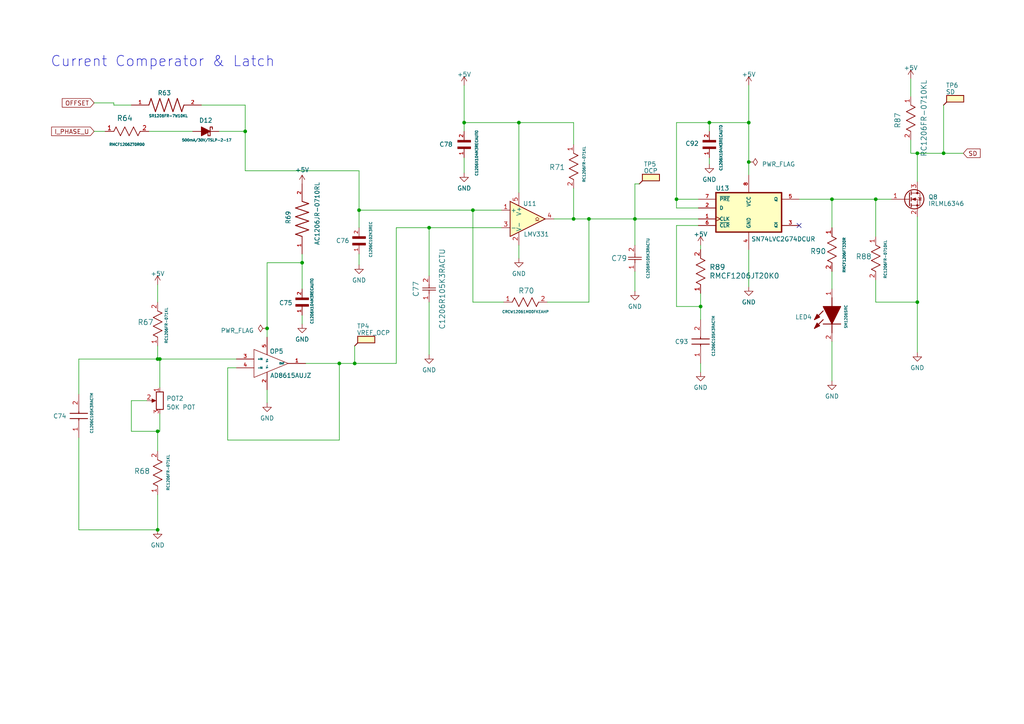
<source format=kicad_sch>
(kicad_sch (version 20231120) (generator "eeschema") (generator_version "8.0")
  (paper "A4")
  (lib_symbols
    (symbol "AD8615:AD8615AUJZ" (pin_names (offset 1.016))
      (property "Reference" "OP" (at 3.556 -12.954 0))
      (property "Value" "AD8615AUJZ" (at 8.128 -21.59 0))
      (symbol "AD8615AUJZ_0_0"
        (pin output line (at 11.176 -17.78 180) (length 5.08) (name "OUT") (number "1"))
        (pin power_in line (at 0 -25.4 90) (length 5.08) (name "V-") (number "2"))
        (pin input line (at -8.89 -16.51 0) (length 5.08) (name "+IN") (number "3"))
        (pin input line (at -8.89 -19.05 0) (length 5.08) (name "-IN") (number "4"))
        (pin power_in line (at 0 -10.16 270) (length 5.08) (name "V+") (number "5"))
      )
      (symbol "AD8615AUJZ_0_1"
        (polyline (pts (xy -3.81 -13.716) (xy -3.81 -21.844) (xy 6.096 -17.78) (xy -3.81 -13.716)))
      )
    )
    (symbol "C15:C1206X104M3RECAUTO" (pin_names (offset 1.016))
      (property "Reference" "C" (at 0 3.8109 0))
      (property "Value" "C1206X104M3RECAUTO" (at 0 -5.0885 0))
      (symbol "C1206X104M3RECAUTO_0_0"
        (rectangle (start 0 -1.9069) (end 0.635 1.905) (stroke (width 0.1)) (fill (type outline)))
        (rectangle (start 1.9069 -1.9069) (end 2.54 1.905) (stroke (width 0.1)) (fill (type outline)))
        (pin passive line (at -2.54 0 0) (length 2.54) (name "~") (number "1"))
        (pin passive line (at 5.08 0 180) (length 2.54) (name "~") (number "2"))
      )
    )
    (symbol "C72:C1206C105K3RACTM" (pin_names hide)
      (property "Reference" "C" (at 8.89 6.35 0))
      (property "Value" "C1206C105K3RACTM" (at 8.89 3.81 0))
      (symbol "C1206C105K3RACTM_1_1"
        (polyline (pts (xy 5.08 0) (xy 5.588 0)) (stroke (width 0.254)))
        (polyline (pts (xy 5.588 2.54) (xy 5.588 -2.54)) (stroke (width 0.254)))
        (polyline (pts (xy 7.112 0) (xy 7.62 0)) (stroke (width 0.254)))
        (polyline (pts (xy 7.112 2.54) (xy 7.112 -2.54)) (stroke (width 0.254)))
        (pin passive line (at 0 0 0) (length 5.08) (name "1") (number "1"))
        (pin passive line (at 12.7 0 180) (length 5.08) (name "2") (number "2"))
      )
    )
    (symbol "C76:C1206C102K3REC" (pin_names (offset 1.016))
      (property "Reference" "C" (at 0 3.8109 0))
      (property "Value" "C1206C102K3REC" (at 0 -5.0885 0))
      (symbol "C1206C102K3REC_0_0"
        (rectangle (start 0 -1.9069) (end 0.635 1.905) (stroke (width 0.1)) (fill (type outline)))
        (rectangle (start 1.9069 -1.9069) (end 2.54 1.905) (stroke (width 0.1)) (fill (type outline)))
        (pin passive line (at -2.54 0 0) (length 2.54) (name "~") (number "1"))
        (pin passive line (at 5.08 0 180) (length 2.54) (name "~") (number "2"))
      )
    )
    (symbol "C8:C1206R105K3RACTU" (pin_names (offset 0.254))
      (property "Reference" "C" (at 3.81 3.81 0))
      (property "Value" "C1206R105K3RACTU" (at 3.81 -3.81 0))
      (symbol "C1206R105K3RACTU_1_1"
        (polyline (pts (xy 2.54 0) (xy 3.4798 0)) (stroke (width 0.2032)))
        (polyline (pts (xy 3.4798 -1.905) (xy 3.4798 1.905)) (stroke (width 0.2032)))
        (polyline (pts (xy 4.1148 -1.905) (xy 4.1148 1.905)) (stroke (width 0.2032)))
        (polyline (pts (xy 4.1148 0) (xy 5.08 0)) (stroke (width 0.2032)))
        (pin unspecified line (at 0 0 0) (length 2.54) (name "") (number "1"))
        (pin unspecified line (at 7.62 0 180) (length 2.54) (name "") (number "2"))
      )
      (symbol "C1206R105K3RACTU_1_2"
        (polyline (pts (xy -1.905 -4.1148) (xy 1.905 -4.1148)) (stroke (width 0.2032)))
        (polyline (pts (xy -1.905 -3.4798) (xy 1.905 -3.4798)) (stroke (width 0.2032)))
        (polyline (pts (xy 0 -4.1148) (xy 0 -5.08)) (stroke (width 0.2032)))
        (polyline (pts (xy 0 -2.54) (xy 0 -3.4798)) (stroke (width 0.2032)))
        (pin unspecified line (at 0 0 270) (length 2.54) (name "") (number "1"))
        (pin unspecified line (at 0 -7.62 90) (length 2.54) (name "") (number "2"))
      )
    )
    (symbol "Comparator:LMV331" (pin_names (offset 0.127))
      (property "Reference" "U" (at 1.27 5.08 0))
      (property "Value" "LMV331" (at 3.81 -5.08 0))
      (symbol "LMV331_0_1"
        (polyline (pts (xy -5.08 5.08) (xy 5.08 0) (xy -5.08 -5.08) (xy -5.08 5.08)) (stroke (width 0.254)) (fill (type background)))
        (polyline (pts (xy 3.302 -0.508) (xy 2.794 -0.508) (xy 3.302 0) (xy 2.794 0.508) (xy 2.286 0) (xy 2.794 -0.508) (xy 2.286 -0.508)) (stroke (width 0.127)))
      )
      (symbol "LMV331_1_1"
        (pin input line (at -7.62 2.54 0) (length 2.54) (name "+") (number "1"))
        (pin power_in line (at -2.54 -7.62 90) (length 3.81) (name "V-") (number "2"))
        (pin input line (at -7.62 -2.54 0) (length 2.54) (name "-") (number "3"))
        (pin open_collector line (at 7.62 0 180) (length 2.54) (name "~") (number "4"))
        (pin power_in line (at -2.54 7.62 270) (length 3.81) (name "V+") (number "5"))
      )
    )
    (symbol "Connector:TestPoint_Flag" (pin_numbers hide) (pin_names (offset 0.762) hide)
      (property "Reference" "TP" (at 3.429 1.778 0))
      (property "Value" "TestPoint_Flag" (at 3.302 4.191 0))
      (symbol "TestPoint_Flag_0_1"
        (polyline (pts (xy 0 0) (xy 0.889 0.889)) (stroke (width 0.254)))
        (rectangle (start 0.889 2.794) (end 5.842 0.889) (stroke (width 0.254)) (fill (type background)))
      )
      (symbol "TestPoint_Flag_1_1"
        (pin passive line (at 0 0 90) (length 0) (name "1") (number "1"))
      )
    )
    (symbol "Device:D_Schottky_Filled" (pin_numbers hide) (pin_names (offset 1.016) hide)
      (property "Reference" "D" (at 0 2.54 0))
      (property "Value" "D_Schottky_Filled" (at 0 -2.54 0))
      (symbol "D_Schottky_Filled_0_1"
        (polyline (pts (xy 1.27 0) (xy -1.27 0)))
        (polyline (pts (xy 1.27 1.27) (xy 1.27 -1.27) (xy -1.27 0) (xy 1.27 1.27)) (stroke (width 0.254)) (fill (type outline)))
        (polyline (pts (xy -1.905 0.635) (xy -1.905 1.27) (xy -1.27 1.27) (xy -1.27 -1.27) (xy -0.635 -1.27) (xy -0.635 -0.635)) (stroke (width 0.254)))
      )
      (symbol "D_Schottky_Filled_1_1"
        (pin passive line (at -3.81 0 0) (length 2.54) (name "K") (number "1"))
        (pin passive line (at 3.81 0 180) (length 2.54) (name "A") (number "2"))
      )
    )
    (symbol "Device:R_Potentiometer" (pin_names (offset 1.016) hide)
      (property "Reference" "RV" (at -4.445 0 90))
      (property "Value" "R_Potentiometer" (at -2.54 0 90))
      (symbol "R_Potentiometer_0_1"
        (polyline (pts (xy 2.54 0) (xy 1.524 0)))
        (polyline (pts (xy 1.143 0) (xy 2.286 0.508) (xy 2.286 -0.508) (xy 1.143 0)) (fill (type outline)))
        (rectangle (start 1.016 2.54) (end -1.016 -2.54) (stroke (width 0.254)))
      )
      (symbol "R_Potentiometer_1_1"
        (pin passive line (at 0 3.81 270) (length 1.27) (name "1") (number "1"))
        (pin passive line (at 3.81 0 180) (length 1.27) (name "2") (number "2"))
        (pin passive line (at 0 -3.81 90) (length 1.27) (name "3") (number "3"))
      )
    )
    (symbol "LED4:SM1206SRC" (pin_names hide)
      (property "Reference" "LED" (at 12.7 8.89 0))
      (property "Value" "SM1206SRC" (at 12.7 6.35 0))
      (symbol "SM1206SRC_1_1"
        (polyline (pts (xy 2.54 0) (xy 5.08 0)) (stroke (width 0.254)))
        (polyline (pts (xy 5.08 2.54) (xy 5.08 -2.54)) (stroke (width 0.254)))
        (polyline (pts (xy 6.35 2.54) (xy 3.81 5.08)) (stroke (width 0.254)))
        (polyline (pts (xy 8.89 2.54) (xy 6.35 5.08)) (stroke (width 0.254)))
        (polyline (pts (xy 10.16 0) (xy 12.7 0)) (stroke (width 0.254)))
        (polyline (pts (xy 5.08 0) (xy 10.16 2.54) (xy 10.16 -2.54) (xy 5.08 0)) (stroke (width 0.254)) (fill (type outline)))
        (polyline (pts (xy 5.334 4.318) (xy 4.572 3.556) (xy 3.81 5.08) (xy 5.334 4.318)) (stroke (width 0.254)) (fill (type outline)))
        (polyline (pts (xy 7.874 4.318) (xy 7.112 3.556) (xy 6.35 5.08) (xy 7.874 4.318)) (stroke (width 0.254)) (fill (type outline)))
        (pin passive line (at 15.24 0 180) (length 2.54) (name "A") (number "1"))
        (pin passive line (at 0 0 0) (length 2.54) (name "K") (number "2"))
      )
    )
    (symbol "R12:AC1206JR-0710RL" (pin_names (offset 1.016))
      (property "Reference" "R" (at -7.6244 2.5415 0))
      (property "Value" "AC1206JR-0710RL" (at -7.63 -5.0866 0))
      (symbol "AC1206JR-0710RL_0_0"
        (polyline (pts (xy -5.08 0) (xy -4.445 1.905)) (stroke (width 0.254)))
        (polyline (pts (xy -4.445 1.905) (xy -3.175 -1.905)) (stroke (width 0.254)))
        (polyline (pts (xy -3.175 -1.905) (xy -1.905 1.905)) (stroke (width 0.254)))
        (polyline (pts (xy -1.905 1.905) (xy -0.635 -1.905)) (stroke (width 0.254)))
        (polyline (pts (xy -0.635 -1.905) (xy 0.635 1.905)) (stroke (width 0.254)))
        (polyline (pts (xy 0.635 1.905) (xy 1.905 -1.905)) (stroke (width 0.254)))
        (polyline (pts (xy 1.905 -1.905) (xy 3.175 1.905)) (stroke (width 0.254)))
        (polyline (pts (xy 3.175 1.905) (xy 4.445 -1.905)) (stroke (width 0.254)))
        (polyline (pts (xy 4.445 -1.905) (xy 5.08 0)) (stroke (width 0.254)))
        (pin passive line (at -10.16 0 0) (length 5.08) (name "~") (number "1"))
        (pin passive line (at 10.16 0 180) (length 5.08) (name "~") (number "2"))
      )
    )
    (symbol "R61:RC1206FR-071KL" (pin_names (offset 0.254))
      (property "Reference" "R" (at 5.715 3.81 0))
      (property "Value" "RC1206FR-071KL" (at 6.35 -3.81 0))
      (symbol "RC1206FR-071KL_1_1"
        (polyline (pts (xy 2.54 0) (xy 3.175 1.27)) (stroke (width 0.2032)))
        (polyline (pts (xy 3.175 1.27) (xy 4.445 -1.27)) (stroke (width 0.2032)))
        (polyline (pts (xy 4.445 -1.27) (xy 5.715 1.27)) (stroke (width 0.2032)))
        (polyline (pts (xy 5.715 1.27) (xy 6.985 -1.27)) (stroke (width 0.2032)))
        (polyline (pts (xy 6.985 -1.27) (xy 8.255 1.27)) (stroke (width 0.2032)))
        (polyline (pts (xy 8.255 1.27) (xy 9.525 -1.27)) (stroke (width 0.2032)))
        (polyline (pts (xy 9.525 -1.27) (xy 10.16 0)) (stroke (width 0.2032)))
        (pin unspecified line (at 0 0 0) (length 2.54) (name "") (number "1"))
        (pin unspecified line (at 12.7 0 180) (length 2.54) (name "") (number "2"))
      )
      (symbol "RC1206FR-071KL_1_2"
        (polyline (pts (xy -1.27 3.175) (xy 1.27 4.445)) (stroke (width 0.2032)))
        (polyline (pts (xy -1.27 5.715) (xy 1.27 6.985)) (stroke (width 0.2032)))
        (polyline (pts (xy -1.27 8.255) (xy 1.27 9.525)) (stroke (width 0.2032)))
        (polyline (pts (xy 0 2.54) (xy -1.27 3.175)) (stroke (width 0.2032)))
        (polyline (pts (xy 1.27 4.445) (xy -1.27 5.715)) (stroke (width 0.2032)))
        (polyline (pts (xy 1.27 6.985) (xy -1.27 8.255)) (stroke (width 0.2032)))
        (polyline (pts (xy 1.27 9.525) (xy 0 10.16)) (stroke (width 0.2032)))
        (pin unspecified line (at 0 12.7 270) (length 2.54) (name "") (number "1"))
        (pin unspecified line (at 0 0 90) (length 2.54) (name "") (number "2"))
      )
    )
    (symbol "R63:SR1206FR-7W10KL" (pin_names (offset 1.016))
      (property "Reference" "R" (at -7.6244 2.5415 0))
      (property "Value" "SR1206FR-7W10KL" (at -7.63 -5.0866 0))
      (symbol "SR1206FR-7W10KL_0_0"
        (polyline (pts (xy -5.08 0) (xy -4.445 1.905)) (stroke (width 0.254)))
        (polyline (pts (xy -4.445 1.905) (xy -3.175 -1.905)) (stroke (width 0.254)))
        (polyline (pts (xy -3.175 -1.905) (xy -1.905 1.905)) (stroke (width 0.254)))
        (polyline (pts (xy -1.905 1.905) (xy -0.635 -1.905)) (stroke (width 0.254)))
        (polyline (pts (xy -0.635 -1.905) (xy 0.635 1.905)) (stroke (width 0.254)))
        (polyline (pts (xy 0.635 1.905) (xy 1.905 -1.905)) (stroke (width 0.254)))
        (polyline (pts (xy 1.905 -1.905) (xy 3.175 1.905)) (stroke (width 0.254)))
        (polyline (pts (xy 3.175 1.905) (xy 4.445 -1.905)) (stroke (width 0.254)))
        (polyline (pts (xy 4.445 -1.905) (xy 5.08 0)) (stroke (width 0.254)))
        (pin passive line (at -10.16 0 0) (length 5.08) (name "~") (number "1"))
        (pin passive line (at 10.16 0 180) (length 5.08) (name "~") (number "2"))
      )
    )
    (symbol "R64:RMCF1206ZT0R00" (pin_names (offset 0.254))
      (property "Reference" "R" (at 5.715 3.81 0))
      (property "Value" "RMCF1206ZT0R00" (at 6.35 -3.81 0))
      (symbol "RMCF1206ZT0R00_1_1"
        (polyline (pts (xy 2.54 0) (xy 3.175 1.27)) (stroke (width 0.2032)))
        (polyline (pts (xy 3.175 1.27) (xy 4.445 -1.27)) (stroke (width 0.2032)))
        (polyline (pts (xy 4.445 -1.27) (xy 5.715 1.27)) (stroke (width 0.2032)))
        (polyline (pts (xy 5.715 1.27) (xy 6.985 -1.27)) (stroke (width 0.2032)))
        (polyline (pts (xy 6.985 -1.27) (xy 8.255 1.27)) (stroke (width 0.2032)))
        (polyline (pts (xy 8.255 1.27) (xy 9.525 -1.27)) (stroke (width 0.2032)))
        (polyline (pts (xy 9.525 -1.27) (xy 10.16 0)) (stroke (width 0.2032)))
        (pin unspecified line (at 0 0 0) (length 2.54) (name "") (number "1"))
        (pin unspecified line (at 12.7 0 180) (length 2.54) (name "") (number "2"))
      )
      (symbol "RMCF1206ZT0R00_1_2"
        (polyline (pts (xy -1.27 3.175) (xy 1.27 4.445)) (stroke (width 0.2032)))
        (polyline (pts (xy -1.27 5.715) (xy 1.27 6.985)) (stroke (width 0.2032)))
        (polyline (pts (xy -1.27 8.255) (xy 1.27 9.525)) (stroke (width 0.2032)))
        (polyline (pts (xy 0 2.54) (xy -1.27 3.175)) (stroke (width 0.2032)))
        (polyline (pts (xy 1.27 4.445) (xy -1.27 5.715)) (stroke (width 0.2032)))
        (polyline (pts (xy 1.27 6.985) (xy -1.27 8.255)) (stroke (width 0.2032)))
        (polyline (pts (xy 1.27 9.525) (xy 0 10.16)) (stroke (width 0.2032)))
        (pin unspecified line (at 0 12.7 270) (length 2.54) (name "") (number "1"))
        (pin unspecified line (at 0 0 90) (length 2.54) (name "") (number "2"))
      )
    )
    (symbol "R70:CRCW12061M00FKEAHP" (pin_names (offset 0.254))
      (property "Reference" "R" (at 5.715 3.81 0))
      (property "Value" "CRCW12061M00FKEAHP" (at 6.35 -3.81 0))
      (symbol "CRCW12061M00FKEAHP_1_1"
        (polyline (pts (xy 2.54 0) (xy 3.175 1.27)) (stroke (width 0.2032)))
        (polyline (pts (xy 3.175 1.27) (xy 4.445 -1.27)) (stroke (width 0.2032)))
        (polyline (pts (xy 4.445 -1.27) (xy 5.715 1.27)) (stroke (width 0.2032)))
        (polyline (pts (xy 5.715 1.27) (xy 6.985 -1.27)) (stroke (width 0.2032)))
        (polyline (pts (xy 6.985 -1.27) (xy 8.255 1.27)) (stroke (width 0.2032)))
        (polyline (pts (xy 8.255 1.27) (xy 9.525 -1.27)) (stroke (width 0.2032)))
        (polyline (pts (xy 9.525 -1.27) (xy 10.16 0)) (stroke (width 0.2032)))
        (pin unspecified line (at 0 0 0) (length 2.54) (name "") (number "1"))
        (pin unspecified line (at 12.7 0 180) (length 2.54) (name "") (number "2"))
      )
      (symbol "CRCW12061M00FKEAHP_1_2"
        (polyline (pts (xy -1.27 3.175) (xy 1.27 4.445)) (stroke (width 0.2032)))
        (polyline (pts (xy -1.27 5.715) (xy 1.27 6.985)) (stroke (width 0.2032)))
        (polyline (pts (xy -1.27 8.255) (xy 1.27 9.525)) (stroke (width 0.2032)))
        (polyline (pts (xy 0 2.54) (xy -1.27 3.175)) (stroke (width 0.2032)))
        (polyline (pts (xy 1.27 4.445) (xy -1.27 5.715)) (stroke (width 0.2032)))
        (polyline (pts (xy 1.27 6.985) (xy -1.27 8.255)) (stroke (width 0.2032)))
        (polyline (pts (xy 1.27 9.525) (xy 0 10.16)) (stroke (width 0.2032)))
        (pin unspecified line (at 0 12.7 270) (length 2.54) (name "") (number "1"))
        (pin unspecified line (at 0 0 90) (length 2.54) (name "") (number "2"))
      )
    )
    (symbol "R72:RC1206FR-0710KL" (pin_names (offset 0.254))
      (property "Reference" "R" (at 5.715 3.81 0))
      (property "Value" "RC1206FR-0710KL" (at 6.35 -3.81 0))
      (symbol "RC1206FR-0710KL_1_1"
        (polyline (pts (xy 2.54 0) (xy 3.175 1.27)) (stroke (width 0.2032)))
        (polyline (pts (xy 3.175 1.27) (xy 4.445 -1.27)) (stroke (width 0.2032)))
        (polyline (pts (xy 4.445 -1.27) (xy 5.715 1.27)) (stroke (width 0.2032)))
        (polyline (pts (xy 5.715 1.27) (xy 6.985 -1.27)) (stroke (width 0.2032)))
        (polyline (pts (xy 6.985 -1.27) (xy 8.255 1.27)) (stroke (width 0.2032)))
        (polyline (pts (xy 8.255 1.27) (xy 9.525 -1.27)) (stroke (width 0.2032)))
        (polyline (pts (xy 9.525 -1.27) (xy 10.16 0)) (stroke (width 0.2032)))
        (pin unspecified line (at 12.7 0 180) (length 2.54) (name "") (number "1"))
        (pin unspecified line (at 0 0 0) (length 2.54) (name "") (number "2"))
      )
      (symbol "RC1206FR-0710KL_1_2"
        (polyline (pts (xy -1.27 3.175) (xy 1.27 4.445)) (stroke (width 0.2032)))
        (polyline (pts (xy -1.27 5.715) (xy 1.27 6.985)) (stroke (width 0.2032)))
        (polyline (pts (xy -1.27 8.255) (xy 1.27 9.525)) (stroke (width 0.2032)))
        (polyline (pts (xy 0 2.54) (xy -1.27 3.175)) (stroke (width 0.2032)))
        (polyline (pts (xy 1.27 4.445) (xy -1.27 5.715)) (stroke (width 0.2032)))
        (polyline (pts (xy 1.27 6.985) (xy -1.27 8.255)) (stroke (width 0.2032)))
        (polyline (pts (xy 1.27 9.525) (xy 0 10.16)) (stroke (width 0.2032)))
        (pin unspecified line (at 0 12.7 270) (length 2.54) (name "") (number "1"))
        (pin unspecified line (at 0 0 90) (length 2.54) (name "") (number "2"))
      )
    )
    (symbol "R77:RMCF1206FT330R" (pin_names (offset 0.254))
      (property "Reference" "R" (at 5.715 3.81 0))
      (property "Value" "RMCF1206FT330R" (at 6.35 -3.81 0))
      (symbol "RMCF1206FT330R_1_1"
        (polyline (pts (xy 2.54 0) (xy 3.175 1.27)) (stroke (width 0.2032)))
        (polyline (pts (xy 3.175 1.27) (xy 4.445 -1.27)) (stroke (width 0.2032)))
        (polyline (pts (xy 4.445 -1.27) (xy 5.715 1.27)) (stroke (width 0.2032)))
        (polyline (pts (xy 5.715 1.27) (xy 6.985 -1.27)) (stroke (width 0.2032)))
        (polyline (pts (xy 6.985 -1.27) (xy 8.255 1.27)) (stroke (width 0.2032)))
        (polyline (pts (xy 8.255 1.27) (xy 9.525 -1.27)) (stroke (width 0.2032)))
        (polyline (pts (xy 9.525 -1.27) (xy 10.16 0)) (stroke (width 0.2032)))
        (pin unspecified line (at 0 0 0) (length 2.54) (name "") (number "1"))
        (pin unspecified line (at 12.7 0 180) (length 2.54) (name "") (number "2"))
      )
      (symbol "RMCF1206FT330R_1_2"
        (polyline (pts (xy -1.27 3.175) (xy 1.27 4.445)) (stroke (width 0.2032)))
        (polyline (pts (xy -1.27 5.715) (xy 1.27 6.985)) (stroke (width 0.2032)))
        (polyline (pts (xy -1.27 8.255) (xy 1.27 9.525)) (stroke (width 0.2032)))
        (polyline (pts (xy 0 2.54) (xy -1.27 3.175)) (stroke (width 0.2032)))
        (polyline (pts (xy 1.27 4.445) (xy -1.27 5.715)) (stroke (width 0.2032)))
        (polyline (pts (xy 1.27 6.985) (xy -1.27 8.255)) (stroke (width 0.2032)))
        (polyline (pts (xy 1.27 9.525) (xy 0 10.16)) (stroke (width 0.2032)))
        (pin unspecified line (at 0 12.7 270) (length 2.54) (name "") (number "1"))
        (pin unspecified line (at 0 0 90) (length 2.54) (name "") (number "2"))
      )
    )
    (symbol "R89:RMCF1206JT20K0" (pin_names (offset 0.254))
      (property "Reference" "R" (at 5.715 3.81 0))
      (property "Value" "RMCF1206JT20K0" (at 6.35 -3.81 0))
      (symbol "RMCF1206JT20K0_1_1"
        (polyline (pts (xy 2.54 0) (xy 3.175 1.27)) (stroke (width 0.2032)))
        (polyline (pts (xy 3.175 1.27) (xy 4.445 -1.27)) (stroke (width 0.2032)))
        (polyline (pts (xy 4.445 -1.27) (xy 5.715 1.27)) (stroke (width 0.2032)))
        (polyline (pts (xy 5.715 1.27) (xy 6.985 -1.27)) (stroke (width 0.2032)))
        (polyline (pts (xy 6.985 -1.27) (xy 8.255 1.27)) (stroke (width 0.2032)))
        (polyline (pts (xy 8.255 1.27) (xy 9.525 -1.27)) (stroke (width 0.2032)))
        (polyline (pts (xy 9.525 -1.27) (xy 10.16 0)) (stroke (width 0.2032)))
        (pin unspecified line (at 0 0 0) (length 2.54) (name "") (number "1"))
        (pin unspecified line (at 12.7 0 180) (length 2.54) (name "") (number "2"))
      )
      (symbol "RMCF1206JT20K0_1_2"
        (polyline (pts (xy -1.27 3.175) (xy 1.27 4.445)) (stroke (width 0.2032)))
        (polyline (pts (xy -1.27 5.715) (xy 1.27 6.985)) (stroke (width 0.2032)))
        (polyline (pts (xy -1.27 8.255) (xy 1.27 9.525)) (stroke (width 0.2032)))
        (polyline (pts (xy 0 2.54) (xy -1.27 3.175)) (stroke (width 0.2032)))
        (polyline (pts (xy 1.27 4.445) (xy -1.27 5.715)) (stroke (width 0.2032)))
        (polyline (pts (xy 1.27 6.985) (xy -1.27 8.255)) (stroke (width 0.2032)))
        (polyline (pts (xy 1.27 9.525) (xy 0 10.16)) (stroke (width 0.2032)))
        (pin unspecified line (at 0 12.7 270) (length 2.54) (name "") (number "1"))
        (pin unspecified line (at 0 0 90) (length 2.54) (name "") (number "2"))
      )
    )
    (symbol "SN74LVC2G74DCUR:SN74LVC2G74DCUR" (pin_names (offset 1.016))
      (property "Reference" "U?" (at -8.255 6.985 0))
      (property "Value" "SN74LVC2G74DCUR" (at 10.033 -7.747 0))
      (symbol "SN74LVC2G74DCUR_0_0"
        (rectangle (start -9.525 5.715) (end 9.525 -5.715) (stroke (width 0.41)) (fill (type background)))
        (pin input clock (at -14.605 -1.905 0) (length 5.08) (name "CLK") (number "1"))
        (pin input line (at -14.605 1.27 0) (length 5.08) (name "D") (number "2"))
        (pin output line (at 14.605 -3.81 180) (length 5.08) (name "~{Q}") (number "3"))
        (pin power_in line (at 0 -10.795 90) (length 5.08) (name "GND") (number "4"))
        (pin output line (at 14.605 3.81 180) (length 5.08) (name "Q") (number "5"))
        (pin input line (at -14.605 -3.81 0) (length 5.08) (name "~{CLR}") (number "6"))
        (pin input line (at -14.605 3.81 0) (length 5.08) (name "~{PRE}") (number "7"))
        (pin power_in line (at 0 10.795 270) (length 5.08) (name "VCC") (number "8"))
      )
    )
    (symbol "Transistor_FET:IRLML0030" (pin_names hide)
      (property "Reference" "Q" (at 5.08 1.905 0))
      (property "Value" "IRLML0030" (at 5.08 0 0))
      (symbol "IRLML0030_0_1"
        (polyline (pts (xy 0.254 0) (xy -2.54 0)))
        (polyline (pts (xy 0.254 1.905) (xy 0.254 -1.905)) (stroke (width 0.254)))
        (polyline (pts (xy 0.762 -1.27) (xy 0.762 -2.286)) (stroke (width 0.254)))
        (polyline (pts (xy 0.762 0.508) (xy 0.762 -0.508)) (stroke (width 0.254)))
        (polyline (pts (xy 0.762 2.286) (xy 0.762 1.27)) (stroke (width 0.254)))
        (polyline (pts (xy 2.54 2.54) (xy 2.54 1.778)))
        (polyline (pts (xy 2.54 -2.54) (xy 2.54 0) (xy 0.762 0)))
        (polyline (pts (xy 0.762 -1.778) (xy 3.302 -1.778) (xy 3.302 1.778) (xy 0.762 1.778)))
        (polyline (pts (xy 1.016 0) (xy 2.032 0.381) (xy 2.032 -0.381) (xy 1.016 0)) (fill (type outline)))
        (polyline (pts (xy 2.794 0.508) (xy 2.921 0.381) (xy 3.683 0.381) (xy 3.81 0.254)))
        (polyline (pts (xy 3.302 0.381) (xy 2.921 -0.254) (xy 3.683 -0.254) (xy 3.302 0.381)))
        (circle (center 1.651 0) (radius 2.794) (stroke (width 0.254)))
        (circle (center 2.54 -1.778) (radius 0.254) (fill (type outline)))
        (circle (center 2.54 1.778) (radius 0.254) (fill (type outline)))
      )
      (symbol "IRLML0030_1_1"
        (pin input line (at -5.08 0 0) (length 2.54) (name "G") (number "1"))
        (pin passive line (at 2.54 -5.08 90) (length 2.54) (name "S") (number "2"))
        (pin passive line (at 2.54 5.08 270) (length 2.54) (name "D") (number "3"))
      )
    )
    (symbol "power:+5V" (power) (pin_names (offset 0))
      (property "Value" "+5V" (at 0 3.556 0))
      (symbol "+5V_0_1"
        (polyline (pts (xy -0.762 1.27) (xy 0 2.54)))
        (polyline (pts (xy 0 0) (xy 0 2.54)))
        (polyline (pts (xy 0 2.54) (xy 0.762 1.27)))
      )
      (symbol "+5V_1_1"
        (pin power_in line (at 0 0 90) (length 0) hide (name "+5V") (number "1"))
      )
    )
    (symbol "power:GND" (power) (pin_names (offset 0))
      (property "Value" "GND" (at 0 -3.81 0))
      (symbol "GND_0_1"
        (polyline (pts (xy 0 0) (xy 0 -1.27) (xy 1.27 -1.27) (xy 0 -2.54) (xy -1.27 -1.27) (xy 0 -1.27)))
      )
      (symbol "GND_1_1"
        (pin power_in line (at 0 0 270) (length 0) hide (name "GND") (number "1"))
      )
    )
    (symbol "power:PWR_FLAG" (power) (pin_numbers hide) (pin_names (offset 0) hide)
      (property "Value" "PWR_FLAG" (at 0 3.81 0))
      (symbol "PWR_FLAG_0_0"
        (pin power_out line (at 0 0 90) (length 0) (name "pwr") (number "1"))
      )
      (symbol "PWR_FLAG_0_1"
        (polyline (pts (xy 0 0) (xy 0 1.27) (xy -1.016 1.905) (xy 0 2.54) (xy 1.016 1.905) (xy 0 1.27)))
      )
    )
  )
  (junction (at 45.72 125.095))
  (junction (at 45.72 104.14))
  (junction (at 254 57.785))
  (junction (at 166.37 63.5))
  (junction (at 150.495 35.56))
  (junction (at 273.685 44.45))
  (junction (at 203.2 88.9))
  (junction (at 241.3 57.785))
  (junction (at 196.215 57.785))
  (junction (at 266.065 44.45))
  (junction (at 46.355 104.14))
  (junction (at 104.14 60.96))
  (junction (at 217.17 46.99))
  (junction (at 217.17 35.56))
  (junction (at 45.72 153.67))
  (junction (at 137.16 60.96))
  (junction (at 98.425 105.41))
  (junction (at 134.62 35.56))
  (junction (at 184.15 63.5))
  (junction (at 87.63 76.2))
  (junction (at 124.46 66.04))
  (junction (at 205.74 35.56))
  (junction (at 102.87 105.41))
  (junction (at 77.47 95.25))
  (junction (at 266.065 87.63))
  (junction (at 170.815 63.5))
  (junction (at 71.12 38.1))
  (no_connect (at 231.775 65.405))
  (wire (pts (xy 77.47 97.79) (xy 77.47 95.25)))
  (wire (pts (xy 203.2 71.12) (xy 203.2 72.39)))
  (wire (pts (xy 273.685 44.45) (xy 279.4 44.45)))
  (wire (pts (xy 102.87 100.33) (xy 102.87 105.41)))
  (wire (pts (xy 241.3 57.785) (xy 254 57.785)))
  (wire (pts (xy 27.305 38.1) (xy 30.48 38.1)))
  (wire (pts (xy 104.14 60.96) (xy 137.16 60.96)))
  (wire (pts (xy 217.17 35.56) (xy 217.17 46.99)))
  (wire (pts (xy 104.14 49.53) (xy 104.14 60.96)))
  (wire (pts (xy 202.565 60.325) (xy 196.215 60.325)))
  (wire (pts (xy 38.1 125.095) (xy 45.72 125.095)))
  (wire (pts (xy 124.46 80.01) (xy 124.46 66.04)))
  (wire (pts (xy 241.3 66.04) (xy 241.3 57.785)))
  (wire (pts (xy 150.495 71.12) (xy 150.495 74.93)))
  (wire (pts (xy 88.646 105.41) (xy 98.425 105.41)))
  (wire (pts (xy 71.12 38.1) (xy 71.12 30.48)))
  (wire (pts (xy 45.72 143.51) (xy 45.72 153.67)))
  (wire (pts (xy 77.47 113.03) (xy 77.47 116.84)))
  (wire (pts (xy 254 57.785) (xy 258.445 57.785)))
  (wire (pts (xy 205.74 45.72) (xy 205.74 47.625)))
  (wire (pts (xy 254 68.58) (xy 254 57.785)))
  (wire (pts (xy 196.215 57.785) (xy 202.565 57.785)))
  (wire (pts (xy 124.46 87.63) (xy 124.46 102.87)))
  (wire (pts (xy 45.72 104.14) (xy 22.86 104.14)))
  (wire (pts (xy 134.62 35.56) (xy 134.62 38.1)))
  (wire (pts (xy 264.16 44.45) (xy 266.065 44.45)))
  (wire (pts (xy 124.46 66.04) (xy 145.415 66.04)))
  (wire (pts (xy 137.16 87.63) (xy 137.16 60.96)))
  (wire (pts (xy 46.355 112.395) (xy 46.355 104.14)))
  (wire (pts (xy 184.15 63.5) (xy 184.15 71.12)))
  (wire (pts (xy 205.74 35.56) (xy 217.17 35.56)))
  (wire (pts (xy 241.3 78.74) (xy 241.3 83.82)))
  (wire (pts (xy 98.425 105.41) (xy 102.87 105.41)))
  (wire (pts (xy 87.63 73.66) (xy 87.63 76.2)))
  (wire (pts (xy 22.86 127) (xy 22.86 153.67)))
  (wire (pts (xy 71.12 38.1) (xy 71.12 49.53)))
  (wire (pts (xy 134.62 24.765) (xy 134.62 35.56)))
  (wire (pts (xy 196.215 35.56) (xy 205.74 35.56)))
  (wire (pts (xy 217.17 72.39) (xy 217.17 83.185)))
  (wire (pts (xy 63.5 38.1) (xy 71.12 38.1)))
  (wire (pts (xy 77.47 95.25) (xy 77.47 76.2)))
  (wire (pts (xy 166.37 63.5) (xy 160.655 63.5)))
  (wire (pts (xy 205.74 38.1) (xy 205.74 35.56)))
  (wire (pts (xy 46.355 104.14) (xy 45.72 104.14)))
  (wire (pts (xy 46.355 104.14) (xy 68.58 104.14)))
  (wire (pts (xy 42.545 116.205) (xy 38.1 116.205)))
  (wire (pts (xy 264.16 40.64) (xy 264.16 44.45)))
  (wire (pts (xy 45.72 87.63) (xy 45.72 82.55)))
  (wire (pts (xy 114.935 66.04) (xy 124.46 66.04)))
  (wire (pts (xy 166.37 63.5) (xy 170.815 63.5)))
  (wire (pts (xy 22.86 104.14) (xy 22.86 114.3)))
  (wire (pts (xy 137.16 60.96) (xy 145.415 60.96)))
  (wire (pts (xy 196.215 65.405) (xy 196.215 88.9)))
  (wire (pts (xy 254 87.63) (xy 266.065 87.63)))
  (wire (pts (xy 146.05 87.63) (xy 137.16 87.63)))
  (wire (pts (xy 38.1 116.205) (xy 38.1 125.095)))
  (wire (pts (xy 184.15 53.34) (xy 184.15 63.5)))
  (wire (pts (xy 45.72 100.33) (xy 45.72 104.14)))
  (wire (pts (xy 254 81.28) (xy 254 87.63)))
  (wire (pts (xy 68.58 106.68) (xy 66.04 106.68)))
  (wire (pts (xy 150.495 35.56) (xy 166.37 35.56)))
  (wire (pts (xy 196.215 88.9) (xy 203.2 88.9)))
  (wire (pts (xy 66.04 106.68) (xy 66.04 127.635)))
  (wire (pts (xy 266.065 62.865) (xy 266.065 87.63)))
  (wire (pts (xy 87.63 91.44) (xy 87.63 93.98)))
  (wire (pts (xy 114.935 66.04) (xy 114.935 105.41)))
  (wire (pts (xy 266.065 87.63) (xy 266.065 102.235)))
  (wire (pts (xy 203.2 85.09) (xy 203.2 88.9)))
  (wire (pts (xy 217.17 24.765) (xy 217.17 35.56)))
  (wire (pts (xy 202.565 65.405) (xy 196.215 65.405)))
  (wire (pts (xy 134.62 45.72) (xy 134.62 50.165)))
  (wire (pts (xy 166.37 41.91) (xy 166.37 35.56)))
  (wire (pts (xy 45.72 125.095) (xy 46.355 125.095)))
  (wire (pts (xy 241.3 99.06) (xy 241.3 110.49)))
  (wire (pts (xy 184.15 78.74) (xy 184.15 84.455)))
  (wire (pts (xy 104.14 73.66) (xy 104.14 76.835)))
  (wire (pts (xy 98.425 105.41) (xy 98.425 127.635)))
  (wire (pts (xy 150.495 35.56) (xy 134.62 35.56)))
  (wire (pts (xy 196.215 57.785) (xy 196.215 35.56)))
  (wire (pts (xy 170.815 63.5) (xy 184.15 63.5)))
  (wire (pts (xy 158.75 87.63) (xy 170.815 87.63)))
  (wire (pts (xy 102.87 105.41) (xy 114.935 105.41)))
  (wire (pts (xy 166.37 54.61) (xy 166.37 63.5)))
  (wire (pts (xy 87.63 76.2) (xy 87.63 83.82)))
  (wire (pts (xy 184.15 63.5) (xy 202.565 63.5)))
  (wire (pts (xy 43.18 38.1) (xy 55.88 38.1)))
  (wire (pts (xy 273.685 30.48) (xy 273.685 44.45)))
  (wire (pts (xy 22.86 153.67) (xy 45.72 153.67)))
  (wire (pts (xy 104.14 60.96) (xy 104.14 66.04)))
  (wire (pts (xy 33.02 29.845) (xy 27.305 29.845)))
  (wire (pts (xy 46.355 120.015) (xy 46.355 125.095)))
  (wire (pts (xy 196.215 60.325) (xy 196.215 57.785)))
  (wire (pts (xy 66.04 127.635) (xy 98.425 127.635)))
  (wire (pts (xy 241.3 57.785) (xy 231.775 57.785)))
  (wire (pts (xy 45.72 125.095) (xy 45.72 130.81)))
  (wire (pts (xy 184.15 53.34) (xy 185.42 53.34)))
  (wire (pts (xy 33.02 30.48) (xy 38.1 30.48)))
  (wire (pts (xy 203.2 105.41) (xy 203.2 107.95)))
  (wire (pts (xy 71.12 49.53) (xy 104.14 49.53)))
  (wire (pts (xy 150.495 55.88) (xy 150.495 35.56)))
  (wire (pts (xy 77.47 76.2) (xy 87.63 76.2)))
  (wire (pts (xy 203.2 88.9) (xy 203.2 92.71)))
  (wire (pts (xy 266.065 44.45) (xy 266.065 52.705)))
  (wire (pts (xy 217.17 46.99) (xy 217.17 50.8)))
  (wire (pts (xy 58.42 30.48) (xy 71.12 30.48)))
  (wire (pts (xy 33.02 30.48) (xy 33.02 29.845)))
  (wire (pts (xy 266.065 44.45) (xy 273.685 44.45)))
  (wire (pts (xy 264.16 22.86) (xy 264.16 27.94)))
  (wire (pts (xy 170.815 87.63) (xy 170.815 63.5)))
  (text "Current Comperator & Latch" (at 14.605 19.685 0) (effects (font (size 3 3)) (justify left bottom)))
  (global_label "I_PHASE_U" (shape input) (at 27.305 38.1 180) (property "Intersheetrefs" "${INTERSHEET_REFS}" (effects (hide yes))))
  (global_label "SD" (shape input) (at 279.4 44.45 0) (property "Intersheetrefs" "${INTERSHEET_REFS}" (effects (hide yes))))
  (global_label "OFFSET" (shape input) (at 27.305 29.845 180) (property "Intersheetrefs" "${INTERSHEET_REFS}" (effects (hide yes))))
  (symbol (lib_id "power:+5V") (at 217.17 24.765 0) (unit 1)
    (property "Reference" "#PWR065" (effects (hide yes)))
    (property "Value" "+5V" (at 217.17 21.59 0))
  )
  (symbol (lib_id "AD8615:AD8615AUJZ") (at 77.47 87.63 0) (unit 1)
    (property "Reference" "OP5" (at 80.2132 101.9048 0))
    (property "Value" "AD8615AUJZ" (at 84.328 108.9152 0))
    (property "Footprint" "infineon-library-footprints:AD8615" (effects (hide yes)))
    (property "Description" "Precision 20 MHz CMOS Single RRIO Operational Amplifier" (effects (hide yes)))
    (property "MF" "Analog Devices" (effects (hide yes)))
    (property "PACKAGE" "SOT-23-5" (effects (hide yes)))
    (property "MPN" "AD8615AUJZ" (effects (hide yes)))
    (property "Price" "None" (effects (hide yes)))
    (property "Package" "TSOT-5 Analog Devices" (effects (hide yes)))
    (property "OC_FARNELL" "9079408" (effects (hide yes)))
    (property "SnapEDA_Link" "https://www.snapeda.com/parts/AD8615AUJZ-REEL7/Analog+Devices/view-part/?ref=snap" (effects (hide yes)))
    (property "MP" "AD8615AUJZ-REEL7" (effects (hide yes)))
    (property "Purchase-URL" "https://www.snapeda.com/api/url_track_click_mouser/?unipart_id=45535&manufacturer=Analog Devices&part_name=AD8615AUJZ-REEL7&search_term=ad8615" (effects (hide yes)))
    (property "SUPPLIER" "Analog Devices" (effects (hide yes)))
    (property "OC_NEWARK" "31M4569" (effects (hide yes)))
    (property "Availability" "In Stock" (effects (hide yes)))
    (property "Check_prices" "https://www.snapeda.com/parts/AD8615AUJZ-REEL7/Analog+Devices/view-part/?ref=eda" (effects (hide yes)))
  )
  (symbol (lib_id "power:+5V") (at 134.62 24.765 0) (unit 1)
    (property "Reference" "#PWR051" (effects (hide yes)))
    (property "Value" "+5V" (at 134.62 21.59 0))
  )
  (symbol (lib_id "C15:C1206X104M3RECAUTO") (at 87.63 88.9 90) (unit 1)
    (property "Reference" "C75" (at 84.836 87.122 90) (effects (justify left bottom)))
    (property "Value" "C1206X104M3RECAUTO" (at 90.932 93.98 0) (effects (font (size 0.762 0.762)) (justify left bottom)))
    (property "Footprint" "Capacitor_SMD:C_1206_3216Metric" (effects (hide yes)))
    (property "Datasheet" "C15" (effects (hide yes)))
  )
  (symbol (lib_id "power:GND") (at 77.47 116.84 0) (unit 1)
    (property "Reference" "#PWR058" (effects (hide yes)))
    (property "Value" "GND" (at 77.47 121.285 0))
  )
  (symbol (lib_id "R61:RC1206FR-071KL") (at 45.72 100.33 90) (unit 1)
    (property "Reference" "R67" (at 39.878 93.472 90) (effects (font (size 1.524 1.524)) (justify right)))
    (property "Value" "RC1206FR-071KL" (at 48.26 89.154 0) (effects (font (size 0.762 0.762)) (justify right)))
    (property "Footprint" "Resistor_SMD:R_1206_3216Metric_Pad1.30x1.75mm_HandSolder" (effects (hide yes)))
    (property "Datasheet" "RC1206FR-071KL" (effects (hide yes)))
  )
  (symbol (lib_id "power:GND") (at 184.15 84.455 0) (unit 1)
    (property "Reference" "#PWR061" (effects (hide yes)))
    (property "Value" "GND" (at 184.15 88.9 0))
  )
  (symbol (lib_id "C15:C1206X104M3RECAUTO") (at 134.62 43.18 90) (unit 1)
    (property "Reference" "C78" (at 131.318 41.148 90) (effects (justify left bottom)))
    (property "Value" "C1206X104M3RECAUTO" (at 138.684 51.054 0) (effects (font (size 0.762 0.762)) (justify left bottom)))
    (property "Footprint" "Capacitor_SMD:C_1206_3216Metric" (effects (hide yes)))
    (property "Datasheet" "C15" (effects (hide yes)))
  )
  (symbol (lib_id "power:+5V") (at 45.72 82.55 0) (unit 1)
    (property "Reference" "#PWR059" (effects (hide yes)))
    (property "Value" "+5V" (at 45.72 79.375 0))
  )
  (symbol (lib_id "power:GND") (at 134.62 50.165 0) (unit 1)
    (property "Reference" "#PWR052" (effects (hide yes)))
    (property "Value" "GND" (at 134.62 54.61 0))
  )
  (symbol (lib_id "Connector:TestPoint_Flag") (at 185.42 53.34 0) (unit 1)
    (property "Reference" "TP5" (at 186.69 47.625 0) (effects (justify left)))
    (property "Value" "OCP" (at 186.69 49.53 0) (effects (justify left)))
    (property "Footprint" "TestPoint:TestPoint_Pad_3.0x3.0mm" (effects (hide yes)))
  )
  (symbol (lib_id "power:+5V") (at 203.2 71.12 0) (unit 1)
    (property "Reference" "#PWR067" (effects (hide yes)))
    (property "Value" "+5V" (at 203.2 67.945 0))
  )
  (symbol (lib_id "power:GND") (at 241.3 110.49 0) (unit 1)
    (property "Reference" "#PWR063" (effects (hide yes)))
    (property "Value" "GND" (at 241.3 114.935 0))
  )
  (symbol (lib_id "SN74LVC2G74DCUR:SN74LVC2G74DCUR") (at 217.17 61.595 0) (unit 1)
    (property "Reference" "U13" (at 209.55 54.61 0))
    (property "Value" "SN74LVC2G74DCUR" (at 227.203 69.342 0))
    (property "Footprint" "infineon-library-footprints:SN74LVC2G74MDCUTEP" (effects (hide yes)))
    (property "Description" "Single Positive-Edge-Triggered D-Type Flip-Flop with Clear and Preset" (effects (hide yes)))
    (property "MF" "Texas Instruments" (effects (hide yes)))
    (property "Package" "VSSOP-8 Texas Instruments" (effects (hide yes)))
    (property "Price" "None" (effects (hide yes)))
    (property "SnapEDA_Link" "https://www.snapeda.com/parts/SN74LVC2G74DCUR/Texas+Instruments/view-part/?ref=snap" (effects (hide yes)))
    (property "MP" "SN74LVC2G74DCUR" (effects (hide yes)))
    (property "Purchase-URL" "https://www.snapeda.com/api/url_track_click_mouser/?unipart_id=395570&manufacturer=Texas Instruments&part_name=SN74LVC2G74DCUR&search_term=sn74lvc2g74dcur" (effects (hide yes)))
    (property "Availability" "In Stock" (effects (hide yes)))
    (property "Check_prices" "https://www.snapeda.com/parts/SN74LVC2G74DCUR/Texas+Instruments/view-part/?ref=eda" (effects (hide yes)))
  )
  (symbol (lib_id "R63:SR1206FR-7W10KL") (at 48.26 30.48 0) (unit 1)
    (property "Reference" "R63" (at 45.72 27.686 0) (effects (justify left bottom)))
    (property "Value" "SR1206FR-7W10KL" (at 43.18 34.036 0) (effects (font (size 0.762 0.762)) (justify left bottom)))
    (property "Footprint" "Resistor_SMD:R_1206_3216Metric_Pad1.30x1.75mm_HandSolder" (effects (hide yes)))
  )
  (symbol (lib_id "power:GND") (at 203.2 107.95 0) (unit 1)
    (property "Reference" "#PWR068" (effects (hide yes)))
    (property "Value" "GND" (at 203.2 112.395 0))
  )
  (symbol (lib_id "C8:C1206R105K3RACTU") (at 124.46 87.63 90) (unit 1)
    (property "Reference" "C77" (at 120.65 83.82 0) (effects (font (size 1.524 1.524))))
    (property "Value" "C1206R105K3RACTU" (at 128.27 83.82 0) (effects (font (size 1.524 1.524))))
    (property "Footprint" "Capacitor_SMD:C_1206_3216Metric" (effects (hide yes)))
    (property "Datasheet" "C1206R105K3RACTU" (effects (hide yes)))
  )
  (symbol (lib_id "power:GND") (at 205.74 47.625 0) (unit 1)
    (property "Reference" "#PWR066" (effects (hide yes)))
    (property "Value" "GND" (at 205.74 52.07 0))
  )
  (symbol (lib_id "C72:C1206C105K3RACTM") (at 22.86 127 90) (unit 1)
    (property "Reference" "C74" (at 19.304 121.412 90) (effects (justify left top)))
    (property "Value" "C1206C105K3RACTM" (at 26.162 125.73 0) (effects (font (size 0.762 0.762)) (justify left top)))
    (property "Footprint" "Capacitor_SMD:C_1206_3216Metric" (effects (hide yes)))
    (property "Datasheet" "https://content.kemet.com/datasheets/KEM_C1002_X7R_SMD.pdf" (effects (hide yes)))
    (property "Description" "SMD Comm X7R, Ceramic, 1 uF, 10%, 25 VDC, 62.5 VDC, 125C, -55C, X7R, SMD, MLCC, Temperature Stable, Class II, 3.5 % , 500 MOhms, 31 mg, 1206, 3.2mm, 1.6mm, 1.2mm, 0.5mm, 2500, 78  Weeks, 80" (effects (hide yes)))
    (property "Mouser Part Number" "80-C1206C105K3RACTM" (effects (hide yes)))
    (property "Mouser Price/Stock" "https://www.mouser.co.uk/ProductDetail/KEMET/C1206C105K3RACTM?qs=ED%252B2xvMfDz3XPPQCqty55A%3D%3D" (effects (hide yes)))
    (property "Manufacturer_Name" "KEMET" (effects (hide yes)))
    (property "Manufacturer_Part_Number" "C1206C105K3RACTM" (effects (hide yes)))
  )
  (symbol (lib_id "C8:C1206R105K3RACTU") (at 184.15 78.74 90) (unit 1)
    (property "Reference" "C79" (at 179.578 74.93 90) (effects (font (size 1.524 1.524))))
    (property "Value" "C1206R105K3RACTU" (at 187.96 74.93 0) (effects (font (size 0.762 0.762))))
    (property "Footprint" "Capacitor_SMD:C_1206_3216Metric" (effects (hide yes)))
    (property "Datasheet" "C1206R105K3RACTU" (effects (hide yes)))
  )
  (symbol (lib_id "C76:C1206C102K3REC") (at 104.14 71.12 90) (unit 1)
    (property "Reference" "C76" (at 101.346 69.088 90) (effects (justify left bottom)))
    (property "Value" "C1206C102K3REC" (at 107.95 74.676 0) (effects (font (size 0.762 0.762)) (justify left bottom)))
    (property "Footprint" "Capacitor_SMD:C_1206_3216Metric" (effects (hide yes)))
    (property "Datasheet" "C76" (effects (hide yes)))
  )
  (symbol (lib_id "R77:RMCF1206FT330R") (at 241.3 66.04 270) (unit 1)
    (property "Reference" "R90" (at 234.95 72.898 90) (effects (font (size 1.524 1.524)) (justify left)))
    (property "Value" "RMCF1206FT330R" (at 244.856 68.834 0) (effects (font (size 0.762 0.762)) (justify left)))
    (property "Footprint" "Resistor_SMD:R_1206_3216Metric_Pad1.30x1.75mm_HandSolder" (effects (hide yes)))
    (property "Datasheet" "RMCF1206FT330R" (effects (hide yes)))
  )
  (symbol (lib_id "Comparator:LMV331") (at 153.035 63.5 0) (unit 1)
    (property "Reference" "U11" (at 153.67 59.055 0))
    (property "Value" "LMV331" (at 155.575 67.945 0))
    (property "Footprint" "infineon-library-footprints:LMV331M5" (effects (hide yes)))
    (property "Datasheet" "http://www.ti.com/lit/ds/symlink/lmv331.pdf" (effects (hide yes)))
  )
  (symbol (lib_id "power:GND") (at 104.14 76.835 0) (unit 1)
    (property "Reference" "#PWR055" (effects (hide yes)))
    (property "Value" "GND" (at 104.14 81.28 0))
  )
  (symbol (lib_id "R89:RMCF1206JT20K0") (at 203.2 85.09 90) (unit 1)
    (property "Reference" "R89" (at 205.74 77.4699 90) (effects (font (size 1.524 1.524)) (justify right)))
    (property "Value" "RMCF1206JT20K0" (at 205.74 80.0099 90) (effects (font (size 1.524 1.524)) (justify right)))
    (property "Footprint" "Resistor_SMD:R_1206_3216Metric_Pad1.30x1.75mm_HandSolder" (effects (hide yes)))
    (property "Datasheet" "RMCF1206JT20K0" (effects (hide yes)))
  )
  (symbol (lib_id "R70:CRCW12061M00FKEAHP") (at 146.05 87.63 0) (unit 1)
    (property "Reference" "R70" (at 152.654 84.328 0) (effects (font (size 1.524 1.524))))
    (property "Value" "CRCW12061M00FKEAHP" (at 152.4 90.424 0) (effects (font (size 0.762 0.762))))
    (property "Footprint" "Resistor_SMD:R_1206_3216Metric_Pad1.30x1.75mm_HandSolder" (effects (hide yes)))
    (property "Datasheet" "CRCW12061M00FKEAHP" (effects (hide yes)))
  )
  (symbol (lib_id "power:GND") (at 217.17 83.185 0) (unit 1)
    (property "Reference" "#PWR062" (effects (hide yes)))
    (property "Value" "GND" (at 217.17 87.63 0))
  )
  (symbol (lib_id "power:GND") (at 150.495 74.93 0) (unit 1)
    (property "Reference" "#PWR053" (effects (hide yes)))
    (property "Value" "GND" (at 150.495 79.375 0))
  )
  (symbol (lib_id "power:GND") (at 266.065 102.235 0) (unit 1)
    (property "Reference" "#PWR064" (effects (hide yes)))
    (property "Value" "GND" (at 266.065 106.68 0))
  )
  (symbol (lib_id "Connector:TestPoint_Flag") (at 273.685 30.48 0) (unit 1)
    (property "Reference" "TP6" (at 274.32 24.765 0) (effects (justify left)))
    (property "Value" "SD" (at 274.32 26.67 0) (effects (justify left)))
    (property "Footprint" "TestPoint:TestPoint_Pad_3.0x3.0mm" (effects (hide yes)))
  )
  (symbol (lib_id "R72:RC1206FR-0710KL") (at 254 81.28 90) (unit 1)
    (property "Reference" "R88" (at 248.158 74.422 90) (effects (font (size 1.524 1.524)) (justify right)))
    (property "Value" "RC1206FR-0710KL" (at 256.794 69.596 0) (effects (font (size 0.762 0.762)) (justify right)))
    (property "Footprint" "Resistor_SMD:R_1206_3216Metric_Pad1.30x1.75mm_HandSolder" (effects (hide yes)))
    (property "Datasheet" "RC1206FR-0710KL" (effects (hide yes)))
  )
  (symbol (lib_id "power:GND") (at 87.63 93.98 0) (unit 1)
    (property "Reference" "#PWR056" (effects (hide yes)))
    (property "Value" "GND" (at 87.63 98.425 0))
  )
  (symbol (lib_id "R64:RMCF1206ZT0R00") (at 30.48 38.1 0) (unit 1)
    (property "Reference" "R64" (at 36.195 34.29 0) (effects (font (size 1.524 1.524))))
    (property "Value" "RMCF1206ZT0R00" (at 36.83 41.91 0) (effects (font (size 0.762 0.762))))
    (property "Footprint" "Resistor_SMD:R_1206_3216Metric_Pad1.30x1.75mm_HandSolder" (effects (hide yes)))
    (property "Datasheet" "RMCF1206ZT0R00" (effects (hide yes)))
  )
  (symbol (lib_id "R12:AC1206JR-0710RL") (at 87.63 63.5 90) (unit 1)
    (property "Reference" "R69" (at 84.328 65.024 0) (effects (justify left bottom)))
    (property "Value" "AC1206JR-0710RL" (at 92.7166 71.13 0) (effects (justify left bottom)))
    (property "Footprint" "Resistor_SMD:R_1206_3216Metric_Pad1.30x1.75mm_HandSolder" (effects (hide yes)))
  )
  (symbol (lib_id "C15:C1206X104M3RECAUTO") (at 205.74 43.18 90) (unit 1)
    (property "Reference" "C92" (at 202.692 40.894 90) (effects (justify left bottom)))
    (property "Value" "C1206X104M3RECAUTO" (at 209.55 49.53 0) (effects (font (size 0.762 0.762)) (justify left bottom)))
    (property "Footprint" "Capacitor_SMD:C_1206_3216Metric" (effects (hide yes)))
    (property "Datasheet" "C15" (effects (hide yes)))
  )
  (symbol (lib_id "Transistor_FET:IRLML0030") (at 263.525 57.785 0) (unit 1)
    (property "Reference" "Q8" (at 269.24 57.15 0) (effects (justify left)))
    (property "Value" "IRLML6346" (at 269.24 59.055 0) (effects (justify left)))
    (property "Footprint" "infineon-library-footprints:IRLML6346TRPBF" (effects (hide yes)))
    (property "Datasheet" "https://www.infineon.com/dgdl/irlml0030pbf.pdf?fileId=5546d462533600a401535664773825df" (effects (hide yes)))
  )
  (symbol (lib_id "power:+5V") (at 264.16 22.86 0) (unit 1)
    (property "Reference" "#PWR069" (effects (hide yes)))
    (property "Value" "+5V" (at 264.16 19.685 0))
  )
  (symbol (lib_id "R61:RC1206FR-071KL") (at 166.37 41.91 270) (unit 1)
    (property "Reference" "R71" (at 159.258 48.514 90) (effects (font (size 1.524 1.524)) (justify left)))
    (property "Value" "RC1206FR-071KL" (at 169.418 42.418 0) (effects (font (size 0.762 0.762)) (justify left)))
    (property "Footprint" "Resistor_SMD:R_1206_3216Metric_Pad1.30x1.75mm_HandSolder" (effects (hide yes)))
    (property "Datasheet" "RC1206FR-071KL" (effects (hide yes)))
  )
  (symbol (lib_id "power:+5V") (at 87.63 53.34 0) (unit 1)
    (property "Reference" "#PWR057" (effects (hide yes)))
    (property "Value" "+5V" (at 87.63 49.276 0))
  )
  (symbol (lib_id "R61:RC1206FR-071KL") (at 45.72 143.51 90) (unit 1)
    (property "Reference" "R68" (at 38.862 136.652 90) (effects (font (size 1.524 1.524)) (justify right)))
    (property "Value" "RC1206FR-071KL" (at 48.768 131.826 0) (effects (font (size 0.762 0.762)) (justify right)))
    (property "Footprint" "Resistor_SMD:R_1206_3216Metric_Pad1.30x1.75mm_HandSolder" (effects (hide yes)))
    (property "Datasheet" "RC1206FR-071KL" (effects (hide yes)))
  )
  (symbol (lib_id "LED4:SM1206SRC") (at 241.3 99.06 90) (unit 1)
    (property "Reference" "LED4" (at 230.632 91.948 90) (effects (justify right)))
    (property "Value" "SM1206SRC" (at 245.364 88.392 0) (effects (font (size 0.762 0.762)) (justify right)))
    (property "Footprint" "Misc-Footprints:LED4" (effects (hide yes)))
    (property "Datasheet" "https://www.bivar.com/parts_content/Datasheets/SM1206SRC.pdf" (effects (hide yes)))
    (property "Description" "Red 640nm LED Indication - Discrete 1.85V 1206 (3216 Metric)" (effects (hide yes)))
    (property "Height" "1.354" (effects (hide yes)))
    (property "Mouser Part Number" "749-SM1206SRC" (effects (hide yes)))
    (property "Mouser Price/Stock" "https://www.mouser.co.uk/ProductDetail/Bivar/SM1206SRC?qs=jaLxTFIJCivrjPpW0SHxHg%3D%3D" (effects (hide yes)))
    (property "Manufacturer_Name" "Bivar" (effects (hide yes)))
    (property "Manufacturer_Part_Number" "SM1206SRC" (effects (hide yes)))
  )
  (symbol (lib_id "power:PWR_FLAG") (at 217.17 46.99 270) (unit 1)
    (property "Reference" "#FLG06" (effects (hide yes)))
    (property "Value" "PWR_FLAG" (at 220.98 47.625 90) (effects (justify left)))
  )
  (symbol (lib_id "Device:R_Potentiometer") (at 46.355 116.205 0) (mirror y) (unit 1)
    (property "Reference" "POT2" (at 48.26 115.57 0) (effects (justify right)))
    (property "Value" "50K POT" (at 48.26 118.11 0) (effects (justify right)))
    (property "Footprint" "just-footprints:POT2" (effects (hide yes)))
  )
  (symbol (lib_id "Connector:TestPoint_Flag") (at 102.87 100.33 0) (unit 1)
    (property "Reference" "TP4" (at 103.505 94.615 0) (effects (justify left)))
    (property "Value" "VREF_OCP" (at 103.505 96.52 0) (effects (justify left)))
    (property "Footprint" "TestPoint:TestPoint_Pad_3.0x3.0mm" (effects (hide yes)))
  )
  (symbol (lib_id "R72:RC1206FR-0710KL") (at 264.16 40.64 90) (unit 1)
    (property "Reference" "R87" (at 260.35 34.925 0) (effects (font (size 1.524 1.524))))
    (property "Value" "RC1206FR-0710KL" (at 267.97 34.29 0) (effects (font (size 1.524 1.524))))
    (property "Footprint" "Resistor_SMD:R_1206_3216Metric_Pad1.30x1.75mm_HandSolder" (effects (hide yes)))
    (property "Datasheet" "RC1206FR-0710KL" (effects (hide yes)))
  )
  (symbol (lib_id "power:GND") (at 45.72 153.67 0) (unit 1)
    (property "Reference" "#PWR060" (effects (hide yes)))
    (property "Value" "GND" (at 45.72 158.115 0))
  )
  (symbol (lib_id "C72:C1206C105K3RACTM") (at 203.2 105.41 90) (unit 1)
    (property "Reference" "C93" (at 199.644 99.822 90) (effects (justify left top)))
    (property "Value" "C1206C105K3RACTM" (at 206.502 103.378 0) (effects (font (size 0.762 0.762)) (justify left top)))
    (property "Footprint" "Capacitor_SMD:C_1206_3216Metric" (effects (hide yes)))
    (property "Datasheet" "https://content.kemet.com/datasheets/KEM_C1002_X7R_SMD.pdf" (effects (hide yes)))
    (property "Description" "SMD Comm X7R, Ceramic, 1 uF, 10%, 25 VDC, 62.5 VDC, 125C, -55C, X7R, SMD, MLCC, Temperature Stable, Class II, 3.5 % , 500 MOhms, 31 mg, 1206, 3.2mm, 1.6mm, 1.2mm, 0.5mm, 2500, 78  Weeks, 80" (effects (hide yes)))
    (property "Mouser Part Number" "80-C1206C105K3RACTM" (effects (hide yes)))
    (property "Mouser Price/Stock" "https://www.mouser.co.uk/ProductDetail/KEMET/C1206C105K3RACTM?qs=ED%252B2xvMfDz3XPPQCqty55A%3D%3D" (effects (hide yes)))
    (property "Manufacturer_Name" "KEMET" (effects (hide yes)))
    (property "Manufacturer_Part_Number" "C1206C105K3RACTM" (effects (hide yes)))
  )
  (symbol (lib_id "Device:D_Schottky_Filled") (at 59.69 38.1 0) (mirror y) (unit 1)
    (property "Reference" "D12" (at 59.69 34.925 0))
    (property "Value" "500mA/30V/TSLP-2-17" (at 59.944 40.64 0) (effects (font (size 0.762 0.762))))
    (property "Footprint" "Diode_SMD:D_1206_3216Metric_Pad1.42x1.75mm_HandSolder" (effects (hide yes)))
  )
  (symbol (lib_id "power:GND") (at 124.46 102.87 0) (unit 1)
    (property "Reference" "#PWR054" (effects (hide yes)))
    (property "Value" "GND" (at 124.46 107.315 0))
  )
  (symbol (lib_id "power:PWR_FLAG") (at 77.47 95.25 90) (unit 1)
    (property "Reference" "#FLG05" (effects (hide yes)))
    (property "Value" "PWR_FLAG" (at 73.66 95.885 90) (effects (justify left)))
  )
)
</source>
